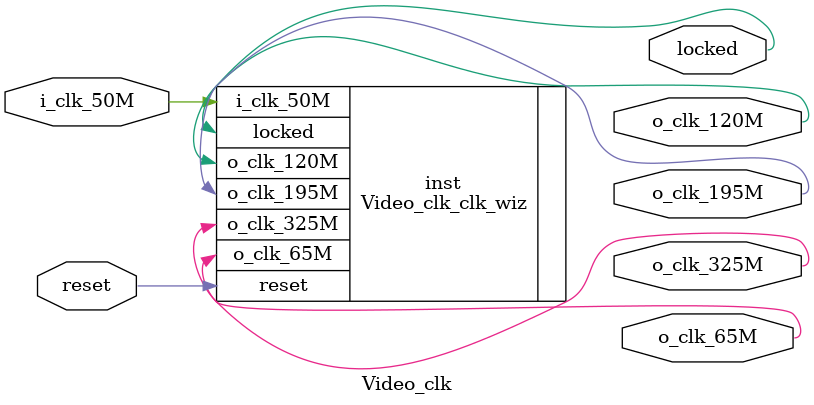
<source format=v>


`timescale 1ps/1ps

(* CORE_GENERATION_INFO = "Video_clk,clk_wiz_v6_0_15_0_0,{component_name=Video_clk,use_phase_alignment=true,use_min_o_jitter=false,use_max_i_jitter=false,use_dyn_phase_shift=false,use_inclk_switchover=false,use_dyn_reconfig=false,enable_axi=0,feedback_source=FDBK_AUTO,PRIMITIVE=MMCM,num_out_clk=4,clkin1_period=20.000,clkin2_period=10.0,use_power_down=false,use_reset=true,use_locked=true,use_inclk_stopped=false,feedback_type=SINGLE,CLOCK_MGR_TYPE=NA,manual_override=false}" *)

module Video_clk 
 (
  // Clock out ports
  output        o_clk_65M,
  output        o_clk_325M,
  output        o_clk_195M,
  output        o_clk_120M,
  // Status and control signals
  input         reset,
  output        locked,
 // Clock in ports
  input         i_clk_50M
 );

  Video_clk_clk_wiz inst
  (
  // Clock out ports  
  .o_clk_65M(o_clk_65M),
  .o_clk_325M(o_clk_325M),
  .o_clk_195M(o_clk_195M),
  .o_clk_120M(o_clk_120M),
  // Status and control signals               
  .reset(reset), 
  .locked(locked),
 // Clock in ports
  .i_clk_50M(i_clk_50M)
  );

endmodule

</source>
